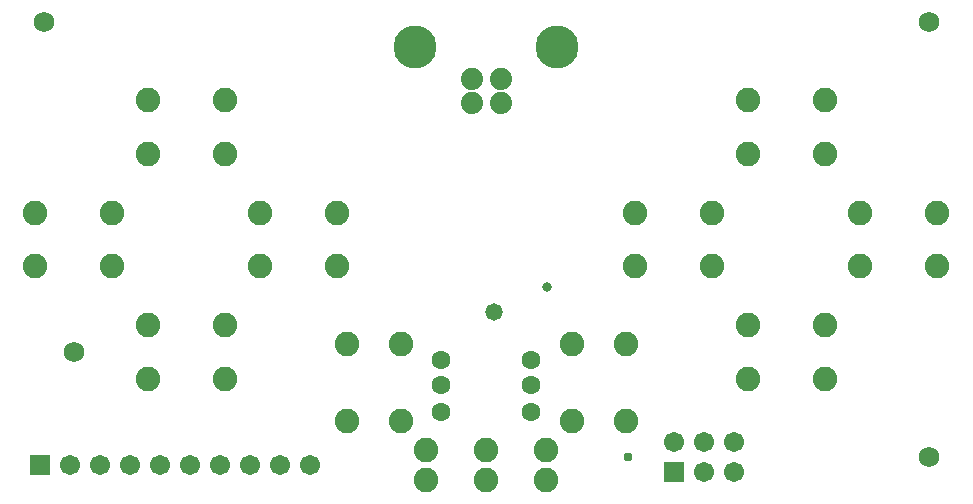
<source format=gbs>
%FSLAX25Y25*%
%MOIN*%
G70*
G01*
G75*
G04 Layer_Color=16711935*
G04:AMPARAMS|DCode=10|XSize=40mil|YSize=40mil|CornerRadius=20mil|HoleSize=0mil|Usage=FLASHONLY|Rotation=0.000|XOffset=0mil|YOffset=0mil|HoleType=Round|Shape=RoundedRectangle|*
%AMROUNDEDRECTD10*
21,1,0.04000,0.00000,0,0,0.0*
21,1,0.00000,0.04000,0,0,0.0*
1,1,0.04000,0.00000,0.00000*
1,1,0.04000,0.00000,0.00000*
1,1,0.04000,0.00000,0.00000*
1,1,0.04000,0.00000,0.00000*
%
%ADD10ROUNDEDRECTD10*%
%ADD11R,0.03200X0.01200*%
%ADD12R,0.01200X0.03200*%
%ADD13R,0.04800X0.03200*%
%ADD14R,0.03200X0.04800*%
%ADD15R,0.03600X0.02800*%
%ADD16R,0.05512X0.04331*%
%ADD17R,0.04331X0.05512*%
%ADD18R,0.02800X0.03600*%
%ADD19R,0.07500X0.05600*%
%ADD20C,0.01000*%
%ADD21C,0.03000*%
%ADD22C,0.01200*%
%ADD23C,0.00800*%
%ADD24C,0.02000*%
%ADD25R,0.18000X0.18000*%
%ADD26C,0.06000*%
%ADD27C,0.05906*%
%ADD28R,0.05906X0.05906*%
%ADD29C,0.07400*%
%ADD30C,0.13500*%
%ADD31C,0.06600*%
%ADD32C,0.05512*%
%ADD33C,0.02400*%
%ADD34C,0.05000*%
%ADD35C,0.02300*%
%ADD36C,0.00000*%
%ADD37C,0.00787*%
%ADD38C,0.00600*%
%ADD39C,0.01600*%
%ADD40R,0.02800X0.01600*%
%ADD41C,0.05000*%
%ADD42R,0.18000X0.17500*%
G04:AMPARAMS|DCode=43|XSize=48mil|YSize=48mil|CornerRadius=24mil|HoleSize=0mil|Usage=FLASHONLY|Rotation=0.000|XOffset=0mil|YOffset=0mil|HoleType=Round|Shape=RoundedRectangle|*
%AMROUNDEDRECTD43*
21,1,0.04800,0.00000,0,0,0.0*
21,1,0.00000,0.04800,0,0,0.0*
1,1,0.04800,0.00000,0.00000*
1,1,0.04800,0.00000,0.00000*
1,1,0.04800,0.00000,0.00000*
1,1,0.04800,0.00000,0.00000*
%
%ADD43ROUNDEDRECTD43*%
%ADD44R,0.04000X0.02000*%
%ADD45R,0.02000X0.04000*%
%ADD46R,0.05600X0.04000*%
%ADD47R,0.04000X0.05600*%
%ADD48R,0.04400X0.03600*%
%ADD49R,0.06312X0.05131*%
%ADD50R,0.05131X0.06312*%
%ADD51R,0.03600X0.04400*%
%ADD52R,0.08300X0.06400*%
%ADD53C,0.06800*%
%ADD54C,0.06706*%
%ADD55R,0.06706X0.06706*%
%ADD56C,0.08200*%
%ADD57C,0.14300*%
%ADD58C,0.06312*%
%ADD59C,0.03100*%
%ADD60C,0.03200*%
%ADD61C,0.05800*%
D29*
X282579Y241000D02*
D03*
X292500D02*
D03*
Y233200D02*
D03*
X282579D02*
D03*
D53*
X435000Y260000D02*
D03*
Y115000D02*
D03*
X150000Y150000D02*
D03*
X140000Y260000D02*
D03*
D54*
X158750Y112500D02*
D03*
X228750D02*
D03*
X218750D02*
D03*
X208750D02*
D03*
X198750D02*
D03*
X188750D02*
D03*
X178750D02*
D03*
X168750D02*
D03*
X148750D02*
D03*
X360000Y110000D02*
D03*
X370000D02*
D03*
X350000Y120000D02*
D03*
X360000D02*
D03*
X370000D02*
D03*
D55*
X138750Y112500D02*
D03*
X350000Y110000D02*
D03*
D56*
X137200Y196400D02*
D03*
X162800D02*
D03*
X137200Y178600D02*
D03*
X162800D02*
D03*
X174700Y233900D02*
D03*
X200300D02*
D03*
X174700Y216100D02*
D03*
X200300D02*
D03*
X174700Y158900D02*
D03*
X200300D02*
D03*
X174700Y141100D02*
D03*
X200300D02*
D03*
X212200Y196400D02*
D03*
X237800D02*
D03*
X212200Y178600D02*
D03*
X237800D02*
D03*
X437800D02*
D03*
X412200D02*
D03*
X437800Y196400D02*
D03*
X412200D02*
D03*
X400300Y141100D02*
D03*
X374700D02*
D03*
X400300Y158900D02*
D03*
X374700D02*
D03*
X400300Y216100D02*
D03*
X374700D02*
D03*
X400300Y233900D02*
D03*
X374700D02*
D03*
X362800Y178600D02*
D03*
X337200D02*
D03*
X362800Y196400D02*
D03*
X337200D02*
D03*
X316100Y127200D02*
D03*
Y152800D02*
D03*
X333900Y127200D02*
D03*
Y152800D02*
D03*
X241100Y127200D02*
D03*
Y152800D02*
D03*
X258900Y127200D02*
D03*
Y152800D02*
D03*
X267500Y107500D02*
D03*
Y117500D02*
D03*
X287500Y107500D02*
D03*
Y117500D02*
D03*
X307500Y107500D02*
D03*
Y117500D02*
D03*
D57*
X311200Y251700D02*
D03*
X263800D02*
D03*
D58*
X302500Y130000D02*
D03*
X272500D02*
D03*
X302500Y139000D02*
D03*
X272500D02*
D03*
X302500Y147500D02*
D03*
X272500D02*
D03*
D59*
X334750Y115000D02*
D03*
D60*
X307750Y171750D02*
D03*
D61*
X290000Y163500D02*
D03*
M02*

</source>
